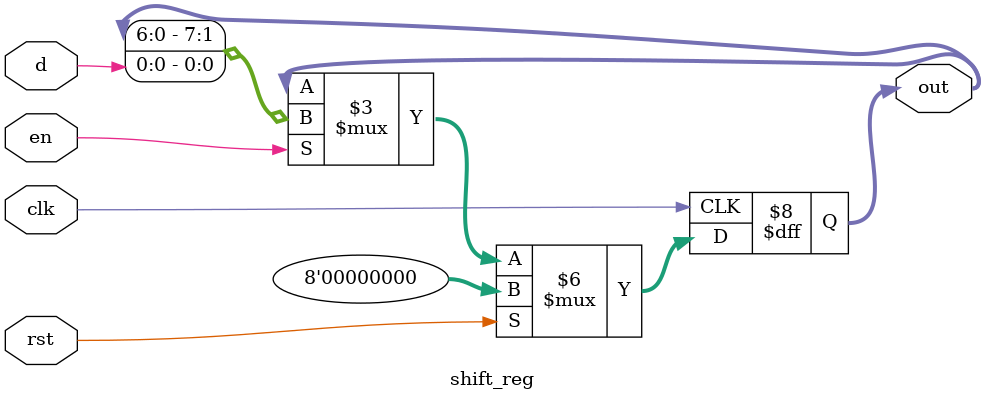
<source format=sv>
module shift_reg  #(parameter MSB=8)
(
    input clk,                  // Declare input for clock to all flops in the shift register
    input rst,                  // Declare input to reset the register to a default value
    input d,                    // Declare input for data to the first flop in the shift register
    input en,                   // Declare input for enable to switch the shift register on/off
    output reg [MSB-1:0] out    // Declare output to read out the current value of all flops in this register
);

// This always block will "always" be triggered on the rising edge of clock
// Once it enters the block, it will first check to see if reset is 0 and if yes then reset register
// If no, then check to see if the shift register is enabled
// If no => maintain previous output. If yes, then shift based on the requested direction
always @ (posedge clk)
begin
    if (rst)
        out <= 0;
    else begin
        if (en)
            out <= {out[MSB-2:0], d};
        else
            out <= out;
    end
end

endmodule : shift_reg

</source>
